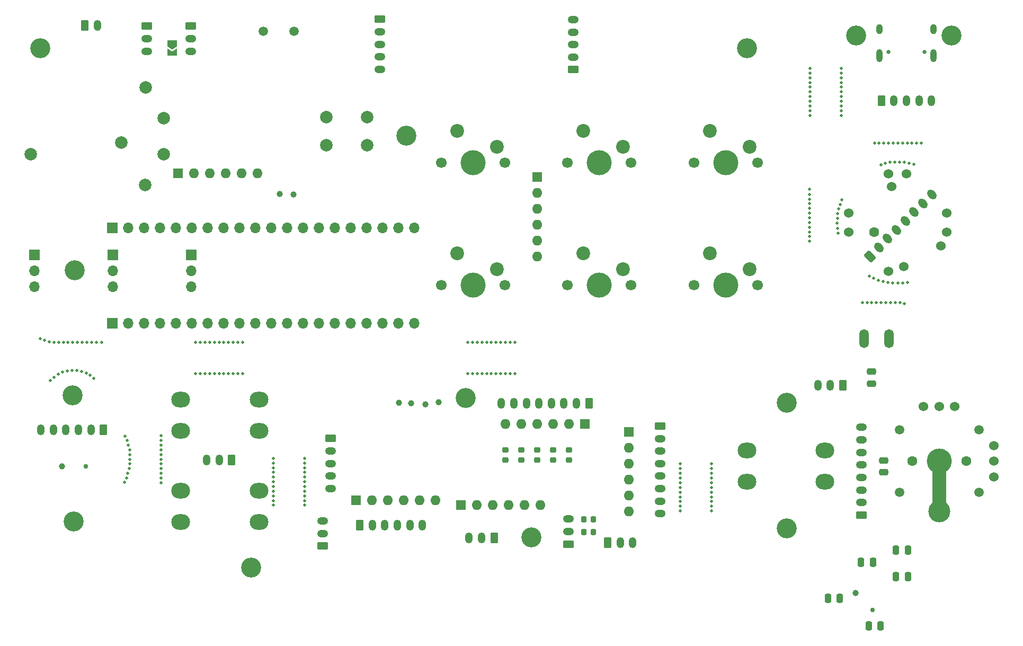
<source format=gbs>
%TF.GenerationSoftware,KiCad,Pcbnew,(6.0.9)*%
%TF.CreationDate,2022-11-09T20:57:25+01:00*%
%TF.ProjectId,libre-MIG,6c696272-652d-44d4-9947-2e6b69636164,v0.1*%
%TF.SameCoordinates,Original*%
%TF.FileFunction,Soldermask,Bot*%
%TF.FilePolarity,Negative*%
%FSLAX46Y46*%
G04 Gerber Fmt 4.6, Leading zero omitted, Abs format (unit mm)*
G04 Created by KiCad (PCBNEW (6.0.9)) date 2022-11-09 20:57:25*
%MOMM*%
%LPD*%
G01*
G04 APERTURE LIST*
G04 Aperture macros list*
%AMRoundRect*
0 Rectangle with rounded corners*
0 $1 Rounding radius*
0 $2 $3 $4 $5 $6 $7 $8 $9 X,Y pos of 4 corners*
0 Add a 4 corners polygon primitive as box body*
4,1,4,$2,$3,$4,$5,$6,$7,$8,$9,$2,$3,0*
0 Add four circle primitives for the rounded corners*
1,1,$1+$1,$2,$3*
1,1,$1+$1,$4,$5*
1,1,$1+$1,$6,$7*
1,1,$1+$1,$8,$9*
0 Add four rect primitives between the rounded corners*
20,1,$1+$1,$2,$3,$4,$5,0*
20,1,$1+$1,$4,$5,$6,$7,0*
20,1,$1+$1,$6,$7,$8,$9,0*
20,1,$1+$1,$8,$9,$2,$3,0*%
%AMHorizOval*
0 Thick line with rounded ends*
0 $1 width*
0 $2 $3 position (X,Y) of the first rounded end (center of the circle)*
0 $4 $5 position (X,Y) of the second rounded end (center of the circle)*
0 Add line between two ends*
20,1,$1,$2,$3,$4,$5,0*
0 Add two circle primitives to create the rounded ends*
1,1,$1,$2,$3*
1,1,$1,$4,$5*%
%AMFreePoly0*
4,1,6,0.500000,-0.750000,-0.650000,-0.750000,-0.150000,0.000000,-0.650000,0.750000,0.500000,0.750000,0.500000,-0.750000,0.500000,-0.750000,$1*%
%AMFreePoly1*
4,1,6,1.000000,0.000000,0.500000,-0.750000,-0.500000,-0.750000,-0.500000,0.750000,0.500000,0.750000,1.000000,0.000000,1.000000,0.000000,$1*%
G04 Aperture macros list end*
%ADD10C,0.500000*%
%ADD11C,3.200000*%
%ADD12O,3.000000X2.500000*%
%ADD13O,1.750000X1.200000*%
%ADD14RoundRect,0.250000X0.625000X-0.350000X0.625000X0.350000X-0.625000X0.350000X-0.625000X-0.350000X0*%
%ADD15O,1.000000X1.600000*%
%ADD16O,1.000000X2.100000*%
%ADD17C,0.650000*%
%ADD18RoundRect,0.250000X-0.625000X0.350000X-0.625000X-0.350000X0.625000X-0.350000X0.625000X0.350000X0*%
%ADD19O,1.500000X3.000000*%
%ADD20O,1.600000X1.600000*%
%ADD21R,1.600000X1.600000*%
%ADD22C,2.000000*%
%ADD23O,1.700000X1.700000*%
%ADD24R,1.700000X1.700000*%
%ADD25O,1.200000X1.750000*%
%ADD26RoundRect,0.250000X-0.350000X-0.625000X0.350000X-0.625000X0.350000X0.625000X-0.350000X0.625000X0*%
%ADD27C,1.500000*%
%ADD28C,1.000000*%
%ADD29C,0.750000*%
%ADD30C,1.524000*%
%ADD31C,1.600000*%
%ADD32R,2.200000X8.000000*%
%ADD33C,3.500000*%
%ADD34C,4.000000*%
%ADD35RoundRect,0.250000X0.350000X0.625000X-0.350000X0.625000X-0.350000X-0.625000X0.350000X-0.625000X0*%
%ADD36C,2.200000*%
%ADD37C,1.700000*%
%ADD38RoundRect,0.250000X0.194454X-0.689429X0.689429X-0.194454X-0.194454X0.689429X-0.689429X0.194454X0*%
%ADD39HorizOval,1.200000X-0.194454X0.194454X0.194454X-0.194454X0*%
%ADD40RoundRect,0.225000X-0.250000X0.225000X-0.250000X-0.225000X0.250000X-0.225000X0.250000X0.225000X0*%
%ADD41RoundRect,0.250000X0.250000X0.475000X-0.250000X0.475000X-0.250000X-0.475000X0.250000X-0.475000X0*%
%ADD42RoundRect,0.250000X-0.475000X0.250000X-0.475000X-0.250000X0.475000X-0.250000X0.475000X0.250000X0*%
%ADD43FreePoly0,270.000000*%
%ADD44FreePoly1,270.000000*%
%ADD45RoundRect,0.250000X-0.250000X-0.475000X0.250000X-0.475000X0.250000X0.475000X-0.250000X0.475000X0*%
%ADD46RoundRect,0.225000X-0.225000X-0.250000X0.225000X-0.250000X0.225000X0.250000X-0.225000X0.250000X0*%
G04 APERTURE END LIST*
D10*
%TO.C,*%
X133800000Y-158000000D03*
%TD*%
%TO.C,*%
X124000000Y-157400000D03*
%TD*%
%TO.C,*%
X124700000Y-157700000D03*
%TD*%
%TO.C,*%
X131350000Y-162900000D03*
%TD*%
%TO.C,*%
X126200000Y-163600000D03*
%TD*%
%TO.C,*%
X127600000Y-162800000D03*
%TD*%
%TO.C,*%
X128350000Y-162600000D03*
%TD*%
%TO.C,*%
X132000000Y-163300000D03*
%TD*%
%TO.C,*%
X129850000Y-162500000D03*
%TD*%
%TO.C,*%
X130600000Y-162700000D03*
%TD*%
%TO.C,*%
X125600000Y-164100000D03*
%TD*%
%TO.C,*%
X132600000Y-163800000D03*
%TD*%
%TO.C,*%
X126900000Y-163100000D03*
%TD*%
%TO.C,*%
X129100000Y-162500000D03*
%TD*%
%TO.C,*%
X131450000Y-158000000D03*
%TD*%
%TO.C,*%
X126200000Y-158000000D03*
%TD*%
%TO.C,*%
X127700000Y-158000000D03*
%TD*%
%TO.C,*%
X128450000Y-158000000D03*
%TD*%
%TO.C,*%
X132200000Y-158000000D03*
%TD*%
%TO.C,*%
X129950000Y-158000000D03*
%TD*%
%TO.C,*%
X130700000Y-158000000D03*
%TD*%
%TO.C,*%
X125450000Y-157900000D03*
%TD*%
%TO.C,*%
X132950000Y-158000000D03*
%TD*%
%TO.C,*%
X126950000Y-158000000D03*
%TD*%
%TO.C,*%
X129200000Y-158000000D03*
%TD*%
%TO.C,*%
X138000000Y-178950000D03*
%TD*%
%TO.C,*%
X137900000Y-173700000D03*
%TD*%
%TO.C,*%
X138300000Y-175200000D03*
%TD*%
%TO.C,*%
X138300000Y-175950000D03*
%TD*%
%TO.C,*%
X137800000Y-179700000D03*
%TD*%
%TO.C,*%
X138300000Y-177450000D03*
%TD*%
%TO.C,*%
X138200000Y-178200000D03*
%TD*%
%TO.C,*%
X137600000Y-173000000D03*
%TD*%
%TO.C,*%
X137500000Y-180400000D03*
%TD*%
%TO.C,*%
X138100000Y-174450000D03*
%TD*%
%TO.C,*%
X138300000Y-176700000D03*
%TD*%
%TO.C,*%
X143300000Y-178950000D03*
%TD*%
%TO.C,*%
X143300000Y-173700000D03*
%TD*%
%TO.C,*%
X143300000Y-175200000D03*
%TD*%
%TO.C,*%
X143300000Y-175950000D03*
%TD*%
%TO.C,*%
X143300000Y-179700000D03*
%TD*%
%TO.C,*%
X143300000Y-177450000D03*
%TD*%
%TO.C,*%
X143300000Y-178200000D03*
%TD*%
%TO.C,*%
X143300000Y-172950000D03*
%TD*%
%TO.C,*%
X143300000Y-180450000D03*
%TD*%
%TO.C,*%
X143300000Y-174450000D03*
%TD*%
%TO.C,*%
X143300000Y-176700000D03*
%TD*%
%TO.C,*%
X263600000Y-129550000D03*
%TD*%
%TO.C,*%
X258350000Y-129625000D03*
%TD*%
%TO.C,*%
X262850000Y-129375000D03*
%TD*%
%TO.C,*%
X259825000Y-129275000D03*
%TD*%
%TO.C,*%
X259075000Y-129425000D03*
%TD*%
%TO.C,*%
X261325000Y-129200000D03*
%TD*%
%TO.C,*%
X260575000Y-129200000D03*
%TD*%
%TO.C,*%
X262075000Y-129250000D03*
%TD*%
%TO.C,*%
X257950000Y-148075000D03*
%TD*%
%TO.C,*%
X256500000Y-147425000D03*
%TD*%
%TO.C,*%
X261050000Y-148575000D03*
%TD*%
%TO.C,*%
X260275000Y-148550000D03*
%TD*%
%TO.C,*%
X259500000Y-148450000D03*
%TD*%
%TO.C,*%
X262575000Y-148450000D03*
%TD*%
%TO.C,*%
X261825000Y-148550000D03*
%TD*%
%TO.C,*%
X258725000Y-148275000D03*
%TD*%
%TO.C,*%
X257200000Y-147775000D03*
%TD*%
%TO.C,*%
X261400000Y-151675000D03*
%TD*%
%TO.C,*%
X256150000Y-151675000D03*
%TD*%
%TO.C,*%
X257650000Y-151675000D03*
%TD*%
%TO.C,*%
X258400000Y-151675000D03*
%TD*%
%TO.C,*%
X262150000Y-151800000D03*
%TD*%
%TO.C,*%
X259900000Y-151675000D03*
%TD*%
%TO.C,*%
X260650000Y-151675000D03*
%TD*%
%TO.C,*%
X255400000Y-151675000D03*
%TD*%
%TO.C,*%
X256900000Y-151675000D03*
%TD*%
%TO.C,*%
X259150000Y-151675000D03*
%TD*%
%TO.C,*%
X263325000Y-126225000D03*
%TD*%
%TO.C,*%
X258075000Y-126225000D03*
%TD*%
%TO.C,*%
X259575000Y-126225000D03*
%TD*%
%TO.C,*%
X260325000Y-126225000D03*
%TD*%
%TO.C,*%
X264075000Y-126225000D03*
%TD*%
%TO.C,*%
X261825000Y-126225000D03*
%TD*%
%TO.C,*%
X262575000Y-126225000D03*
%TD*%
%TO.C,*%
X257325000Y-126225000D03*
%TD*%
%TO.C,*%
X264825000Y-126225000D03*
%TD*%
%TO.C,*%
X258825000Y-126225000D03*
%TD*%
%TO.C,*%
X261075000Y-126225000D03*
%TD*%
%TO.C,*%
X246975000Y-133575000D03*
%TD*%
%TO.C,*%
X246975000Y-140375000D03*
%TD*%
%TO.C,*%
X246975000Y-135125000D03*
%TD*%
%TO.C,*%
X246975000Y-136625000D03*
%TD*%
%TO.C,*%
X246975000Y-137375000D03*
%TD*%
%TO.C,*%
X246975000Y-141125000D03*
%TD*%
%TO.C,*%
X246975000Y-138875000D03*
%TD*%
%TO.C,*%
X246975000Y-139625000D03*
%TD*%
%TO.C,*%
X246975000Y-134375000D03*
%TD*%
%TO.C,*%
X246975000Y-141875000D03*
%TD*%
%TO.C,*%
X246975000Y-135875000D03*
%TD*%
%TO.C,*%
X246975000Y-138125000D03*
%TD*%
%TO.C,*%
X251525000Y-140550000D03*
%TD*%
%TO.C,*%
X251425000Y-139775000D03*
%TD*%
%TO.C,*%
X251375000Y-139000000D03*
%TD*%
%TO.C,*%
X251400000Y-138225000D03*
%TD*%
%TO.C,*%
X251475000Y-137450000D03*
%TD*%
%TO.C,*%
X251625000Y-136700000D03*
%TD*%
%TO.C,*%
X251825000Y-135975000D03*
%TD*%
%TO.C,*%
X252075000Y-135250000D03*
%TD*%
%TO.C,mouse-bite-5mm-slot*%
X196100000Y-163000000D03*
X195350000Y-163000000D03*
X196100000Y-158000000D03*
X196850000Y-158000000D03*
X198350000Y-163000000D03*
X193100000Y-158000000D03*
X193100000Y-163000000D03*
X196850000Y-163000000D03*
X199100000Y-163000000D03*
X199850000Y-158000000D03*
X192350000Y-163000000D03*
X197600000Y-158000000D03*
X199100000Y-158000000D03*
X194600000Y-158000000D03*
X192350000Y-158000000D03*
X197600000Y-163000000D03*
X193100000Y-158000000D03*
X193850000Y-163000000D03*
X193850000Y-158000000D03*
X193100000Y-163000000D03*
X198350000Y-158000000D03*
X199850000Y-163000000D03*
X194600000Y-163000000D03*
X195350000Y-158000000D03*
%TD*%
%TO.C,mouse-bite-5mm-slot*%
X156350000Y-158000000D03*
X155600000Y-163000000D03*
X156350000Y-163000000D03*
X151100000Y-163000000D03*
X154100000Y-163000000D03*
X152600000Y-158000000D03*
X149600000Y-163000000D03*
X151850000Y-158000000D03*
X155600000Y-158000000D03*
X153350000Y-163000000D03*
X151100000Y-158000000D03*
X154850000Y-158000000D03*
X148850000Y-158000000D03*
X150350000Y-158000000D03*
X154100000Y-158000000D03*
X154850000Y-163000000D03*
X152600000Y-163000000D03*
X153350000Y-158000000D03*
X149600000Y-158000000D03*
X149600000Y-158000000D03*
X149600000Y-163000000D03*
X150350000Y-163000000D03*
X148850000Y-163000000D03*
X151850000Y-163000000D03*
%TD*%
%TO.C,mouse-bite-5mm-slot*%
X161300000Y-179550000D03*
X166300000Y-177300000D03*
X166300000Y-179550000D03*
X161300000Y-184050000D03*
X161300000Y-181800000D03*
X166300000Y-184050000D03*
X166300000Y-180300000D03*
X161300000Y-183300000D03*
X166300000Y-183300000D03*
X161300000Y-178050000D03*
X161300000Y-183300000D03*
X161300000Y-177300000D03*
X161300000Y-178800000D03*
X161300000Y-182550000D03*
X161300000Y-180300000D03*
X166300000Y-181800000D03*
X166300000Y-176550000D03*
X166300000Y-178050000D03*
X166300000Y-178800000D03*
X166300000Y-183300000D03*
X166300000Y-181050000D03*
X166300000Y-182550000D03*
X161300000Y-176550000D03*
X161300000Y-181050000D03*
%TD*%
%TO.C,mouse-bite-5mm-slot*%
X226300000Y-178950000D03*
X231300000Y-181950000D03*
X231300000Y-184950000D03*
X231300000Y-180450000D03*
X226300000Y-181950000D03*
X226300000Y-184950000D03*
X226300000Y-182700000D03*
X226300000Y-181200000D03*
X226300000Y-180450000D03*
X231300000Y-182700000D03*
X231300000Y-183450000D03*
X231300000Y-179700000D03*
X226300000Y-183450000D03*
X226300000Y-177450000D03*
X226300000Y-184200000D03*
X226300000Y-184200000D03*
X231300000Y-181200000D03*
X226300000Y-179700000D03*
X231300000Y-177450000D03*
X231300000Y-184200000D03*
X226300000Y-178200000D03*
X231300000Y-178950000D03*
X231300000Y-178200000D03*
X231300000Y-184200000D03*
%TD*%
%TO.C,mouse-bite-5mm-slot*%
X252000000Y-119500000D03*
X247000000Y-117250000D03*
X252000000Y-116500000D03*
X252000000Y-118000000D03*
X252000000Y-118750000D03*
X247000000Y-121000000D03*
X247000000Y-118750000D03*
X252000000Y-121000000D03*
X247000000Y-119500000D03*
X247000000Y-114250000D03*
X252000000Y-121000000D03*
X247000000Y-121750000D03*
X252000000Y-120250000D03*
X252000000Y-115750000D03*
X247000000Y-115750000D03*
X247000000Y-120250000D03*
X252000000Y-121750000D03*
X247000000Y-115000000D03*
X247000000Y-121000000D03*
X252000000Y-114250000D03*
X247000000Y-116500000D03*
X252000000Y-117250000D03*
X247000000Y-118000000D03*
X252000000Y-115000000D03*
%TD*%
D11*
%TO.C,REF\u002A\u002A*%
X182500000Y-125000000D03*
%TD*%
D12*
%TO.C,SW2*%
X158950001Y-167185787D03*
X146450001Y-167185787D03*
X158950001Y-172185787D03*
X146450001Y-172185787D03*
%TD*%
D11*
%TO.C,REF\u002A\u002A*%
X192043000Y-166900000D03*
%TD*%
D13*
%TO.C,J10*%
X208450000Y-186249000D03*
X208450000Y-188249000D03*
D14*
X208450000Y-190249000D03*
%TD*%
D11*
%TO.C,REF\u002A\u002A*%
X129500000Y-146500000D03*
%TD*%
%TO.C,REF\u002A\u002A*%
X269678000Y-108966000D03*
%TD*%
D15*
%TO.C,P1*%
X266763000Y-108000000D03*
D16*
X258123000Y-112180000D03*
X266763000Y-112180000D03*
D15*
X258123000Y-108000000D03*
D17*
X259553000Y-111650000D03*
X265333000Y-111650000D03*
%TD*%
D13*
%TO.C,J3*%
X141050000Y-111500000D03*
X141050000Y-109500000D03*
D18*
X141050000Y-107500000D03*
%TD*%
D11*
%TO.C,REF\u002A\u002A*%
X243303300Y-167700000D03*
%TD*%
%TO.C,REF\u002A\u002A*%
X129212779Y-166500000D03*
%TD*%
D19*
%TO.C,SW16*%
X259634000Y-157415870D03*
X255634000Y-157415870D03*
%TD*%
D20*
%TO.C,RN6*%
X203968000Y-183977000D03*
X201428000Y-183977000D03*
X198888000Y-183977000D03*
X196348000Y-183977000D03*
X193808000Y-183977000D03*
D21*
X191268000Y-183977000D03*
%TD*%
D11*
%TO.C,REF\u002A\u002A*%
X157743001Y-194036787D03*
%TD*%
D20*
%TO.C,RN3*%
X198380000Y-171023000D03*
X200920000Y-171023000D03*
X203460000Y-171023000D03*
X206000000Y-171023000D03*
X208540000Y-171023000D03*
D21*
X211080000Y-171023000D03*
%TD*%
D20*
%TO.C,RN1*%
X203454000Y-144284000D03*
X203454000Y-141744000D03*
X203454000Y-139204000D03*
X203454000Y-136664000D03*
X203454000Y-134124000D03*
D21*
X203454000Y-131584000D03*
%TD*%
D12*
%TO.C,SW1*%
X236934000Y-175255870D03*
X249434000Y-175255870D03*
X249434000Y-180255870D03*
X236934000Y-180255870D03*
%TD*%
D13*
%TO.C,J12*%
X223060000Y-185389000D03*
X223060000Y-183389000D03*
X223060000Y-181389000D03*
X223060000Y-179389000D03*
X223060000Y-177389000D03*
X223060000Y-175389000D03*
X223060000Y-173389000D03*
D18*
X223060000Y-171389000D03*
%TD*%
D20*
%TO.C,RN2*%
X158750000Y-131000000D03*
X156210000Y-131000000D03*
X153670000Y-131000000D03*
X151130000Y-131000000D03*
X148590000Y-131000000D03*
D21*
X146050000Y-131000000D03*
%TD*%
D22*
%TO.C,SW4*%
X176250000Y-122050000D03*
X169750000Y-122050000D03*
X169750000Y-126550000D03*
X176250000Y-126550000D03*
%TD*%
D11*
%TO.C,REF\u002A\u002A*%
X237000000Y-111000000D03*
%TD*%
%TO.C,REF\u002A\u002A*%
X202513000Y-189150000D03*
%TD*%
D23*
%TO.C,J6*%
X183760000Y-139760000D03*
X181220000Y-139760000D03*
X178680000Y-139760000D03*
X176140000Y-139760000D03*
X173600000Y-139760000D03*
X171060000Y-139760000D03*
X168520000Y-139760000D03*
X165980000Y-139760000D03*
X163440000Y-139760000D03*
X160900000Y-139760000D03*
X158360000Y-139760000D03*
X155820000Y-139760000D03*
X153280000Y-139760000D03*
X150740000Y-139760000D03*
X148200000Y-139760000D03*
X145660000Y-139760000D03*
X143120000Y-139760000D03*
X140580000Y-139760000D03*
X138040000Y-139760000D03*
D24*
X135500000Y-139760000D03*
%TD*%
D25*
%TO.C,J9*%
X218700000Y-190049000D03*
X216700000Y-190049000D03*
D26*
X214700000Y-190049000D03*
%TD*%
D11*
%TO.C,REF\u002A\u002A*%
X254428000Y-108966000D03*
%TD*%
D13*
%TO.C,J13*%
X170399000Y-181373000D03*
X170399000Y-179373000D03*
X170399000Y-177373000D03*
X170399000Y-175373000D03*
D18*
X170399000Y-173373000D03*
%TD*%
D27*
%TO.C,Y1*%
X164543000Y-108300000D03*
X159663000Y-108300000D03*
%TD*%
D23*
%TO.C,J7*%
X183760000Y-155000000D03*
X181220000Y-155000000D03*
X178680000Y-155000000D03*
X176140000Y-155000000D03*
X173600000Y-155000000D03*
X171060000Y-155000000D03*
X168520000Y-155000000D03*
X165980000Y-155000000D03*
X163440000Y-155000000D03*
X160900000Y-155000000D03*
X158360000Y-155000000D03*
X155820000Y-155000000D03*
X153280000Y-155000000D03*
X150740000Y-155000000D03*
X148200000Y-155000000D03*
X145660000Y-155000000D03*
X143120000Y-155000000D03*
X140580000Y-155000000D03*
X138040000Y-155000000D03*
D24*
X135500000Y-155000000D03*
%TD*%
D13*
%TO.C,J14*%
X169128000Y-186549000D03*
X169128000Y-188549000D03*
D14*
X169128000Y-190549000D03*
%TD*%
D28*
%TO.C,SW18*%
X127505696Y-177848368D03*
D29*
X131305696Y-177848368D03*
%TD*%
D11*
%TO.C,REF\u002A\u002A*%
X243308300Y-187700000D03*
%TD*%
D13*
%TO.C,J4*%
X209157000Y-106449000D03*
X209157000Y-108449000D03*
X209157000Y-110449000D03*
X209157000Y-112449000D03*
D14*
X209157000Y-114449000D03*
%TD*%
D11*
%TO.C,REF\u002A\u002A*%
X124000000Y-111000000D03*
%TD*%
D28*
%TO.C,SW17*%
X254340497Y-198072367D03*
D29*
X257027503Y-200759373D03*
%TD*%
D11*
%TO.C,REF\u002A\u002A*%
X129312779Y-186600000D03*
%TD*%
D25*
%TO.C,J15*%
X185092000Y-187237000D03*
X183092000Y-187237000D03*
X181092000Y-187237000D03*
X179092000Y-187237000D03*
X177092000Y-187237000D03*
D26*
X175092000Y-187237000D03*
%TD*%
D12*
%TO.C,SW3*%
X158950001Y-181700001D03*
X146450001Y-181700001D03*
X158950001Y-186700001D03*
X146450001Y-186700001D03*
%TD*%
D20*
%TO.C,RN4*%
X218043000Y-184993000D03*
X218043000Y-182453000D03*
X218043000Y-179913000D03*
X218043000Y-177373000D03*
X218043000Y-174833000D03*
D21*
X218043000Y-172293000D03*
%TD*%
D30*
%TO.C,VR1*%
X276414000Y-179515870D03*
X276414000Y-177015870D03*
X276414000Y-174515870D03*
X270184000Y-168285870D03*
X267684000Y-168285870D03*
X265184000Y-168285870D03*
D31*
X271984000Y-177015870D03*
D27*
X274009000Y-172015870D03*
D32*
X267684000Y-181015870D03*
D27*
X261359000Y-182015870D03*
X274009000Y-182015870D03*
X261359000Y-172015870D03*
D33*
X267684000Y-185015870D03*
D34*
X267684000Y-177015870D03*
D31*
X263384000Y-177015870D03*
%TD*%
D20*
%TO.C,RN5*%
X187204000Y-183215000D03*
X184664000Y-183215000D03*
X182124000Y-183215000D03*
X179584000Y-183215000D03*
X177044000Y-183215000D03*
D21*
X174504000Y-183215000D03*
%TD*%
D25*
%TO.C,J16*%
X133157000Y-107349000D03*
D26*
X131157000Y-107349000D03*
%TD*%
D25*
%TO.C,J8*%
X192543000Y-189250000D03*
X194543000Y-189250000D03*
D35*
X196543000Y-189250000D03*
%TD*%
D31*
%TO.C,SW15*%
X257250205Y-140374205D03*
D30*
X259550205Y-146674205D03*
X268850205Y-140374205D03*
X262450205Y-131074205D03*
X253250205Y-137374205D03*
X262050205Y-145874205D03*
X260050205Y-133094205D03*
X253250205Y-140374205D03*
X268850205Y-137374205D03*
X259550205Y-131074205D03*
X267910205Y-142624205D03*
%TD*%
D13*
%TO.C,J2*%
X148050000Y-111500000D03*
X148050000Y-109500000D03*
D18*
X148050000Y-107500000D03*
%TD*%
D25*
%TO.C,J5*%
X266443000Y-119400000D03*
X264443000Y-119400000D03*
X262443000Y-119400000D03*
X260443000Y-119400000D03*
D26*
X258443000Y-119400000D03*
%TD*%
D13*
%TO.C,J1*%
X178300000Y-114400000D03*
X178300000Y-112400000D03*
X178300000Y-110400000D03*
X178300000Y-108400000D03*
D18*
X178300000Y-106400000D03*
%TD*%
D36*
%TO.C,SW12*%
X217170000Y-146316000D03*
X210820000Y-143776000D03*
D37*
X208280000Y-148856000D03*
D34*
X213360000Y-148856000D03*
D37*
X218440000Y-148856000D03*
%TD*%
D36*
%TO.C,SW8*%
X196970000Y-126758000D03*
X190620000Y-124218000D03*
D37*
X198240000Y-129298000D03*
D34*
X193160000Y-129298000D03*
D37*
X188080000Y-129298000D03*
%TD*%
D38*
%TO.C,J21*%
X256589367Y-144288861D03*
D39*
X258003581Y-142874647D03*
X259417794Y-141460434D03*
X260832008Y-140046220D03*
X262246221Y-138632007D03*
X263660435Y-137217793D03*
X265074648Y-135803580D03*
X266488862Y-134389366D03*
%TD*%
D28*
%TO.C,TP7*%
X187700000Y-167549000D03*
%TD*%
D25*
%TO.C,J11*%
X197700000Y-167749000D03*
X199700000Y-167749000D03*
X201700000Y-167749000D03*
X203700000Y-167749000D03*
X205700000Y-167749000D03*
X207700000Y-167749000D03*
X209700000Y-167749000D03*
D35*
X211700000Y-167749000D03*
%TD*%
D36*
%TO.C,SW9*%
X217170000Y-126758000D03*
X210820000Y-124218000D03*
D37*
X218440000Y-129298000D03*
D34*
X213360000Y-129298000D03*
D37*
X208280000Y-129298000D03*
%TD*%
D13*
%TO.C,J19*%
X255265000Y-171600870D03*
X255265000Y-173600870D03*
X255265000Y-175600870D03*
X255265000Y-177600870D03*
X255265000Y-179600870D03*
X255265000Y-181600870D03*
X255265000Y-183600870D03*
D14*
X255265000Y-185600870D03*
%TD*%
D22*
%TO.C,SW14*%
X140870000Y-117306000D03*
X143725000Y-122236000D03*
X143725000Y-127936000D03*
X140800000Y-132886000D03*
X136964000Y-126121000D03*
X122475000Y-127936000D03*
%TD*%
D40*
%TO.C,C25*%
X203443000Y-176775000D03*
X203443000Y-175225000D03*
%TD*%
D28*
%TO.C,TP1*%
X164500000Y-134400000D03*
%TD*%
D41*
%TO.C,C32*%
X249893000Y-198951000D03*
X251793000Y-198951000D03*
%TD*%
D35*
%TO.C,J17*%
X134105696Y-171948368D03*
D25*
X132105696Y-171948368D03*
X130105696Y-171948368D03*
X128105696Y-171948368D03*
X126105696Y-171948368D03*
X124105696Y-171948368D03*
%TD*%
D42*
%TO.C,C30*%
X256843000Y-164601000D03*
X256843000Y-162701000D03*
%TD*%
D43*
%TO.C,JP2*%
X145100000Y-111725000D03*
D44*
X145100000Y-110275000D03*
%TD*%
D28*
%TO.C,TP8*%
X185549000Y-167912000D03*
%TD*%
D36*
%TO.C,SW13*%
X237370000Y-146316000D03*
X231020000Y-143776000D03*
D37*
X228480000Y-148856000D03*
D34*
X233560000Y-148856000D03*
D37*
X238640000Y-148856000D03*
%TD*%
D45*
%TO.C,C31*%
X258293000Y-203351000D03*
X256393000Y-203351000D03*
%TD*%
D41*
%TO.C,C28*%
X255193000Y-193151000D03*
X257093000Y-193151000D03*
%TD*%
D28*
%TO.C,TP2*%
X162300000Y-134300000D03*
%TD*%
D23*
%TO.C,SW5*%
X123100000Y-149155000D03*
X123100000Y-146615000D03*
D24*
X123100000Y-144075000D03*
%TD*%
D42*
%TO.C,C29*%
X258843000Y-178801000D03*
X258843000Y-176901000D03*
%TD*%
D40*
%TO.C,C33*%
X205993000Y-176775000D03*
X205993000Y-175225000D03*
%TD*%
%TO.C,C36*%
X208543000Y-176775000D03*
X208543000Y-175225000D03*
%TD*%
D46*
%TO.C,C42*%
X212418000Y-188300000D03*
X210868000Y-188300000D03*
%TD*%
D40*
%TO.C,C35*%
X198343000Y-176775000D03*
X198343000Y-175225000D03*
%TD*%
D45*
%TO.C,C27*%
X262693000Y-191251000D03*
X260793000Y-191251000D03*
%TD*%
D23*
%TO.C,SW7*%
X148181000Y-149155000D03*
X148181000Y-146615000D03*
D24*
X148181000Y-144075000D03*
%TD*%
D25*
%TO.C,J20*%
X248275000Y-164842870D03*
X250275000Y-164842870D03*
D35*
X252275000Y-164842870D03*
%TD*%
D36*
%TO.C,SW10*%
X237370000Y-126758000D03*
X231020000Y-124218000D03*
D34*
X233560000Y-129298000D03*
D37*
X228480000Y-129298000D03*
X238640000Y-129298000D03*
%TD*%
D45*
%TO.C,C26*%
X262693000Y-195451000D03*
X260793000Y-195451000D03*
%TD*%
D36*
%TO.C,SW11*%
X196970000Y-146316000D03*
X190620000Y-143776000D03*
D37*
X188080000Y-148856000D03*
D34*
X193160000Y-148856000D03*
D37*
X198240000Y-148856000D03*
%TD*%
D23*
%TO.C,SW6*%
X135640500Y-149155000D03*
X135640500Y-146615000D03*
D24*
X135640500Y-144075000D03*
%TD*%
D40*
%TO.C,C34*%
X200893000Y-176775000D03*
X200893000Y-175225000D03*
%TD*%
D46*
%TO.C,C43*%
X212418000Y-186300000D03*
X210868000Y-186300000D03*
%TD*%
D28*
%TO.C,TP9*%
X183300000Y-167749000D03*
%TD*%
%TO.C,TP10*%
X181300000Y-167712000D03*
%TD*%
D25*
%TO.C,J18*%
X150600001Y-176800001D03*
X152600001Y-176800001D03*
D35*
X154600001Y-176800001D03*
%TD*%
M02*

</source>
